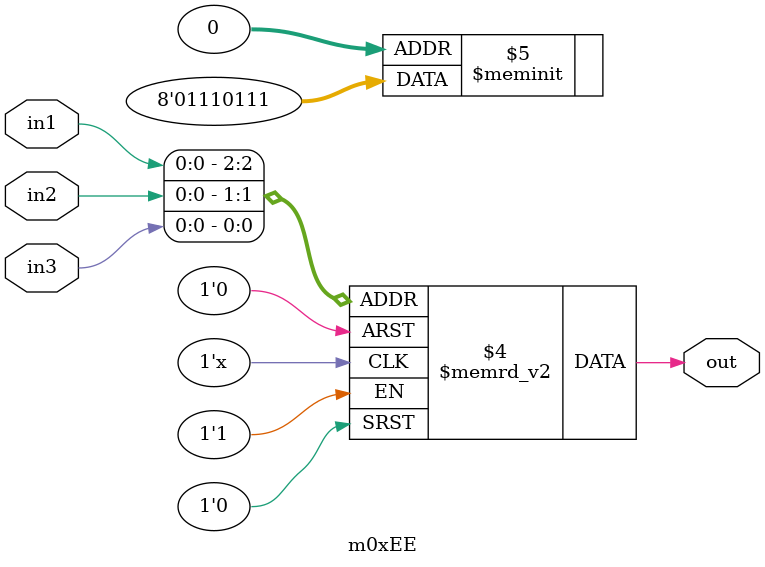
<source format=v>
module m0xEE(output out, input in1, in2, in3);

   always @(in1, in2, in3)
     begin
        case({in1, in2, in3})
          3'b000: {out} = 1'b1;
          3'b001: {out} = 1'b1;
          3'b010: {out} = 1'b1;
          3'b011: {out} = 1'b0;
          3'b100: {out} = 1'b1;
          3'b101: {out} = 1'b1;
          3'b110: {out} = 1'b1;
          3'b111: {out} = 1'b0;
        endcase // case ({in1, in2, in3})
     end // always @ (in1, in2, in3)

endmodule // m0xEE
</source>
